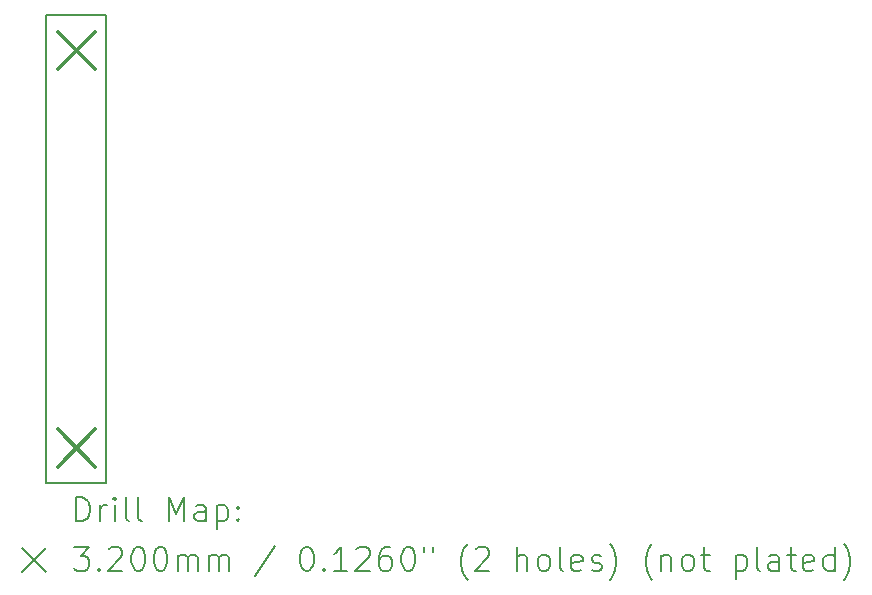
<source format=gbr>
%TF.GenerationSoftware,KiCad,Pcbnew,8.0.6*%
%TF.CreationDate,2024-11-05T14:25:48+11:00*%
%TF.ProjectId,Blank_1U1HP,426c616e-6b5f-4315-9531-48502e6b6963,rev?*%
%TF.SameCoordinates,Original*%
%TF.FileFunction,Drillmap*%
%TF.FilePolarity,Positive*%
%FSLAX45Y45*%
G04 Gerber Fmt 4.5, Leading zero omitted, Abs format (unit mm)*
G04 Created by KiCad (PCBNEW 8.0.6) date 2024-11-05 14:25:48*
%MOMM*%
%LPD*%
G01*
G04 APERTURE LIST*
%ADD10C,0.150000*%
%ADD11C,0.200000*%
%ADD12C,0.320000*%
G04 APERTURE END LIST*
D10*
X0Y-242500D02*
X500000Y-242500D01*
X500000Y-4207500D01*
X0Y-4207500D01*
X0Y-242500D01*
D11*
D12*
X94000Y-382500D02*
X414000Y-702500D01*
X414000Y-382500D02*
X94000Y-702500D01*
X94000Y-3747500D02*
X414000Y-4067500D01*
X414000Y-3747500D02*
X94000Y-4067500D01*
D11*
X253277Y-4526484D02*
X253277Y-4326484D01*
X253277Y-4326484D02*
X300896Y-4326484D01*
X300896Y-4326484D02*
X329467Y-4336008D01*
X329467Y-4336008D02*
X348515Y-4355055D01*
X348515Y-4355055D02*
X358039Y-4374103D01*
X358039Y-4374103D02*
X367562Y-4412198D01*
X367562Y-4412198D02*
X367562Y-4440770D01*
X367562Y-4440770D02*
X358039Y-4478865D01*
X358039Y-4478865D02*
X348515Y-4497912D01*
X348515Y-4497912D02*
X329467Y-4516960D01*
X329467Y-4516960D02*
X300896Y-4526484D01*
X300896Y-4526484D02*
X253277Y-4526484D01*
X453277Y-4526484D02*
X453277Y-4393150D01*
X453277Y-4431246D02*
X462801Y-4412198D01*
X462801Y-4412198D02*
X472324Y-4402674D01*
X472324Y-4402674D02*
X491372Y-4393150D01*
X491372Y-4393150D02*
X510420Y-4393150D01*
X577086Y-4526484D02*
X577086Y-4393150D01*
X577086Y-4326484D02*
X567563Y-4336008D01*
X567563Y-4336008D02*
X577086Y-4345531D01*
X577086Y-4345531D02*
X586610Y-4336008D01*
X586610Y-4336008D02*
X577086Y-4326484D01*
X577086Y-4326484D02*
X577086Y-4345531D01*
X700896Y-4526484D02*
X681848Y-4516960D01*
X681848Y-4516960D02*
X672324Y-4497912D01*
X672324Y-4497912D02*
X672324Y-4326484D01*
X805658Y-4526484D02*
X786610Y-4516960D01*
X786610Y-4516960D02*
X777086Y-4497912D01*
X777086Y-4497912D02*
X777086Y-4326484D01*
X1034229Y-4526484D02*
X1034229Y-4326484D01*
X1034229Y-4326484D02*
X1100896Y-4469341D01*
X1100896Y-4469341D02*
X1167563Y-4326484D01*
X1167563Y-4326484D02*
X1167563Y-4526484D01*
X1348515Y-4526484D02*
X1348515Y-4421722D01*
X1348515Y-4421722D02*
X1338991Y-4402674D01*
X1338991Y-4402674D02*
X1319944Y-4393150D01*
X1319944Y-4393150D02*
X1281848Y-4393150D01*
X1281848Y-4393150D02*
X1262801Y-4402674D01*
X1348515Y-4516960D02*
X1329467Y-4526484D01*
X1329467Y-4526484D02*
X1281848Y-4526484D01*
X1281848Y-4526484D02*
X1262801Y-4516960D01*
X1262801Y-4516960D02*
X1253277Y-4497912D01*
X1253277Y-4497912D02*
X1253277Y-4478865D01*
X1253277Y-4478865D02*
X1262801Y-4459817D01*
X1262801Y-4459817D02*
X1281848Y-4450293D01*
X1281848Y-4450293D02*
X1329467Y-4450293D01*
X1329467Y-4450293D02*
X1348515Y-4440770D01*
X1443753Y-4393150D02*
X1443753Y-4593150D01*
X1443753Y-4402674D02*
X1462801Y-4393150D01*
X1462801Y-4393150D02*
X1500896Y-4393150D01*
X1500896Y-4393150D02*
X1519943Y-4402674D01*
X1519943Y-4402674D02*
X1529467Y-4412198D01*
X1529467Y-4412198D02*
X1538991Y-4431246D01*
X1538991Y-4431246D02*
X1538991Y-4488389D01*
X1538991Y-4488389D02*
X1529467Y-4507436D01*
X1529467Y-4507436D02*
X1519943Y-4516960D01*
X1519943Y-4516960D02*
X1500896Y-4526484D01*
X1500896Y-4526484D02*
X1462801Y-4526484D01*
X1462801Y-4526484D02*
X1443753Y-4516960D01*
X1624705Y-4507436D02*
X1634229Y-4516960D01*
X1634229Y-4516960D02*
X1624705Y-4526484D01*
X1624705Y-4526484D02*
X1615182Y-4516960D01*
X1615182Y-4516960D02*
X1624705Y-4507436D01*
X1624705Y-4507436D02*
X1624705Y-4526484D01*
X1624705Y-4402674D02*
X1634229Y-4412198D01*
X1634229Y-4412198D02*
X1624705Y-4421722D01*
X1624705Y-4421722D02*
X1615182Y-4412198D01*
X1615182Y-4412198D02*
X1624705Y-4402674D01*
X1624705Y-4402674D02*
X1624705Y-4421722D01*
X-207500Y-4755000D02*
X-7500Y-4955000D01*
X-7500Y-4755000D02*
X-207500Y-4955000D01*
X234229Y-4746484D02*
X358039Y-4746484D01*
X358039Y-4746484D02*
X291372Y-4822674D01*
X291372Y-4822674D02*
X319944Y-4822674D01*
X319944Y-4822674D02*
X338991Y-4832198D01*
X338991Y-4832198D02*
X348515Y-4841722D01*
X348515Y-4841722D02*
X358039Y-4860770D01*
X358039Y-4860770D02*
X358039Y-4908389D01*
X358039Y-4908389D02*
X348515Y-4927436D01*
X348515Y-4927436D02*
X338991Y-4936960D01*
X338991Y-4936960D02*
X319944Y-4946484D01*
X319944Y-4946484D02*
X262801Y-4946484D01*
X262801Y-4946484D02*
X243753Y-4936960D01*
X243753Y-4936960D02*
X234229Y-4927436D01*
X443753Y-4927436D02*
X453277Y-4936960D01*
X453277Y-4936960D02*
X443753Y-4946484D01*
X443753Y-4946484D02*
X434229Y-4936960D01*
X434229Y-4936960D02*
X443753Y-4927436D01*
X443753Y-4927436D02*
X443753Y-4946484D01*
X529467Y-4765531D02*
X538991Y-4756008D01*
X538991Y-4756008D02*
X558039Y-4746484D01*
X558039Y-4746484D02*
X605658Y-4746484D01*
X605658Y-4746484D02*
X624705Y-4756008D01*
X624705Y-4756008D02*
X634229Y-4765531D01*
X634229Y-4765531D02*
X643753Y-4784579D01*
X643753Y-4784579D02*
X643753Y-4803627D01*
X643753Y-4803627D02*
X634229Y-4832198D01*
X634229Y-4832198D02*
X519943Y-4946484D01*
X519943Y-4946484D02*
X643753Y-4946484D01*
X767562Y-4746484D02*
X786610Y-4746484D01*
X786610Y-4746484D02*
X805658Y-4756008D01*
X805658Y-4756008D02*
X815182Y-4765531D01*
X815182Y-4765531D02*
X824705Y-4784579D01*
X824705Y-4784579D02*
X834229Y-4822674D01*
X834229Y-4822674D02*
X834229Y-4870293D01*
X834229Y-4870293D02*
X824705Y-4908389D01*
X824705Y-4908389D02*
X815182Y-4927436D01*
X815182Y-4927436D02*
X805658Y-4936960D01*
X805658Y-4936960D02*
X786610Y-4946484D01*
X786610Y-4946484D02*
X767562Y-4946484D01*
X767562Y-4946484D02*
X748515Y-4936960D01*
X748515Y-4936960D02*
X738991Y-4927436D01*
X738991Y-4927436D02*
X729467Y-4908389D01*
X729467Y-4908389D02*
X719943Y-4870293D01*
X719943Y-4870293D02*
X719943Y-4822674D01*
X719943Y-4822674D02*
X729467Y-4784579D01*
X729467Y-4784579D02*
X738991Y-4765531D01*
X738991Y-4765531D02*
X748515Y-4756008D01*
X748515Y-4756008D02*
X767562Y-4746484D01*
X958039Y-4746484D02*
X977086Y-4746484D01*
X977086Y-4746484D02*
X996134Y-4756008D01*
X996134Y-4756008D02*
X1005658Y-4765531D01*
X1005658Y-4765531D02*
X1015182Y-4784579D01*
X1015182Y-4784579D02*
X1024705Y-4822674D01*
X1024705Y-4822674D02*
X1024705Y-4870293D01*
X1024705Y-4870293D02*
X1015182Y-4908389D01*
X1015182Y-4908389D02*
X1005658Y-4927436D01*
X1005658Y-4927436D02*
X996134Y-4936960D01*
X996134Y-4936960D02*
X977086Y-4946484D01*
X977086Y-4946484D02*
X958039Y-4946484D01*
X958039Y-4946484D02*
X938991Y-4936960D01*
X938991Y-4936960D02*
X929467Y-4927436D01*
X929467Y-4927436D02*
X919943Y-4908389D01*
X919943Y-4908389D02*
X910420Y-4870293D01*
X910420Y-4870293D02*
X910420Y-4822674D01*
X910420Y-4822674D02*
X919943Y-4784579D01*
X919943Y-4784579D02*
X929467Y-4765531D01*
X929467Y-4765531D02*
X938991Y-4756008D01*
X938991Y-4756008D02*
X958039Y-4746484D01*
X1110420Y-4946484D02*
X1110420Y-4813150D01*
X1110420Y-4832198D02*
X1119944Y-4822674D01*
X1119944Y-4822674D02*
X1138991Y-4813150D01*
X1138991Y-4813150D02*
X1167563Y-4813150D01*
X1167563Y-4813150D02*
X1186610Y-4822674D01*
X1186610Y-4822674D02*
X1196134Y-4841722D01*
X1196134Y-4841722D02*
X1196134Y-4946484D01*
X1196134Y-4841722D02*
X1205658Y-4822674D01*
X1205658Y-4822674D02*
X1224705Y-4813150D01*
X1224705Y-4813150D02*
X1253277Y-4813150D01*
X1253277Y-4813150D02*
X1272325Y-4822674D01*
X1272325Y-4822674D02*
X1281848Y-4841722D01*
X1281848Y-4841722D02*
X1281848Y-4946484D01*
X1377086Y-4946484D02*
X1377086Y-4813150D01*
X1377086Y-4832198D02*
X1386610Y-4822674D01*
X1386610Y-4822674D02*
X1405658Y-4813150D01*
X1405658Y-4813150D02*
X1434229Y-4813150D01*
X1434229Y-4813150D02*
X1453277Y-4822674D01*
X1453277Y-4822674D02*
X1462801Y-4841722D01*
X1462801Y-4841722D02*
X1462801Y-4946484D01*
X1462801Y-4841722D02*
X1472324Y-4822674D01*
X1472324Y-4822674D02*
X1491372Y-4813150D01*
X1491372Y-4813150D02*
X1519943Y-4813150D01*
X1519943Y-4813150D02*
X1538991Y-4822674D01*
X1538991Y-4822674D02*
X1548515Y-4841722D01*
X1548515Y-4841722D02*
X1548515Y-4946484D01*
X1938991Y-4736960D02*
X1767563Y-4994103D01*
X2196134Y-4746484D02*
X2215182Y-4746484D01*
X2215182Y-4746484D02*
X2234229Y-4756008D01*
X2234229Y-4756008D02*
X2243753Y-4765531D01*
X2243753Y-4765531D02*
X2253277Y-4784579D01*
X2253277Y-4784579D02*
X2262801Y-4822674D01*
X2262801Y-4822674D02*
X2262801Y-4870293D01*
X2262801Y-4870293D02*
X2253277Y-4908389D01*
X2253277Y-4908389D02*
X2243753Y-4927436D01*
X2243753Y-4927436D02*
X2234229Y-4936960D01*
X2234229Y-4936960D02*
X2215182Y-4946484D01*
X2215182Y-4946484D02*
X2196134Y-4946484D01*
X2196134Y-4946484D02*
X2177087Y-4936960D01*
X2177087Y-4936960D02*
X2167563Y-4927436D01*
X2167563Y-4927436D02*
X2158039Y-4908389D01*
X2158039Y-4908389D02*
X2148515Y-4870293D01*
X2148515Y-4870293D02*
X2148515Y-4822674D01*
X2148515Y-4822674D02*
X2158039Y-4784579D01*
X2158039Y-4784579D02*
X2167563Y-4765531D01*
X2167563Y-4765531D02*
X2177087Y-4756008D01*
X2177087Y-4756008D02*
X2196134Y-4746484D01*
X2348515Y-4927436D02*
X2358039Y-4936960D01*
X2358039Y-4936960D02*
X2348515Y-4946484D01*
X2348515Y-4946484D02*
X2338991Y-4936960D01*
X2338991Y-4936960D02*
X2348515Y-4927436D01*
X2348515Y-4927436D02*
X2348515Y-4946484D01*
X2548515Y-4946484D02*
X2434229Y-4946484D01*
X2491372Y-4946484D02*
X2491372Y-4746484D01*
X2491372Y-4746484D02*
X2472325Y-4775055D01*
X2472325Y-4775055D02*
X2453277Y-4794103D01*
X2453277Y-4794103D02*
X2434229Y-4803627D01*
X2624706Y-4765531D02*
X2634229Y-4756008D01*
X2634229Y-4756008D02*
X2653277Y-4746484D01*
X2653277Y-4746484D02*
X2700896Y-4746484D01*
X2700896Y-4746484D02*
X2719944Y-4756008D01*
X2719944Y-4756008D02*
X2729468Y-4765531D01*
X2729468Y-4765531D02*
X2738991Y-4784579D01*
X2738991Y-4784579D02*
X2738991Y-4803627D01*
X2738991Y-4803627D02*
X2729468Y-4832198D01*
X2729468Y-4832198D02*
X2615182Y-4946484D01*
X2615182Y-4946484D02*
X2738991Y-4946484D01*
X2910420Y-4746484D02*
X2872325Y-4746484D01*
X2872325Y-4746484D02*
X2853277Y-4756008D01*
X2853277Y-4756008D02*
X2843753Y-4765531D01*
X2843753Y-4765531D02*
X2824706Y-4794103D01*
X2824706Y-4794103D02*
X2815182Y-4832198D01*
X2815182Y-4832198D02*
X2815182Y-4908389D01*
X2815182Y-4908389D02*
X2824706Y-4927436D01*
X2824706Y-4927436D02*
X2834229Y-4936960D01*
X2834229Y-4936960D02*
X2853277Y-4946484D01*
X2853277Y-4946484D02*
X2891372Y-4946484D01*
X2891372Y-4946484D02*
X2910420Y-4936960D01*
X2910420Y-4936960D02*
X2919944Y-4927436D01*
X2919944Y-4927436D02*
X2929467Y-4908389D01*
X2929467Y-4908389D02*
X2929467Y-4860770D01*
X2929467Y-4860770D02*
X2919944Y-4841722D01*
X2919944Y-4841722D02*
X2910420Y-4832198D01*
X2910420Y-4832198D02*
X2891372Y-4822674D01*
X2891372Y-4822674D02*
X2853277Y-4822674D01*
X2853277Y-4822674D02*
X2834229Y-4832198D01*
X2834229Y-4832198D02*
X2824706Y-4841722D01*
X2824706Y-4841722D02*
X2815182Y-4860770D01*
X3053277Y-4746484D02*
X3072325Y-4746484D01*
X3072325Y-4746484D02*
X3091372Y-4756008D01*
X3091372Y-4756008D02*
X3100896Y-4765531D01*
X3100896Y-4765531D02*
X3110420Y-4784579D01*
X3110420Y-4784579D02*
X3119944Y-4822674D01*
X3119944Y-4822674D02*
X3119944Y-4870293D01*
X3119944Y-4870293D02*
X3110420Y-4908389D01*
X3110420Y-4908389D02*
X3100896Y-4927436D01*
X3100896Y-4927436D02*
X3091372Y-4936960D01*
X3091372Y-4936960D02*
X3072325Y-4946484D01*
X3072325Y-4946484D02*
X3053277Y-4946484D01*
X3053277Y-4946484D02*
X3034229Y-4936960D01*
X3034229Y-4936960D02*
X3024706Y-4927436D01*
X3024706Y-4927436D02*
X3015182Y-4908389D01*
X3015182Y-4908389D02*
X3005658Y-4870293D01*
X3005658Y-4870293D02*
X3005658Y-4822674D01*
X3005658Y-4822674D02*
X3015182Y-4784579D01*
X3015182Y-4784579D02*
X3024706Y-4765531D01*
X3024706Y-4765531D02*
X3034229Y-4756008D01*
X3034229Y-4756008D02*
X3053277Y-4746484D01*
X3196134Y-4746484D02*
X3196134Y-4784579D01*
X3272325Y-4746484D02*
X3272325Y-4784579D01*
X3567563Y-5022674D02*
X3558039Y-5013150D01*
X3558039Y-5013150D02*
X3538991Y-4984579D01*
X3538991Y-4984579D02*
X3529468Y-4965531D01*
X3529468Y-4965531D02*
X3519944Y-4936960D01*
X3519944Y-4936960D02*
X3510420Y-4889341D01*
X3510420Y-4889341D02*
X3510420Y-4851246D01*
X3510420Y-4851246D02*
X3519944Y-4803627D01*
X3519944Y-4803627D02*
X3529468Y-4775055D01*
X3529468Y-4775055D02*
X3538991Y-4756008D01*
X3538991Y-4756008D02*
X3558039Y-4727436D01*
X3558039Y-4727436D02*
X3567563Y-4717912D01*
X3634229Y-4765531D02*
X3643753Y-4756008D01*
X3643753Y-4756008D02*
X3662801Y-4746484D01*
X3662801Y-4746484D02*
X3710420Y-4746484D01*
X3710420Y-4746484D02*
X3729468Y-4756008D01*
X3729468Y-4756008D02*
X3738991Y-4765531D01*
X3738991Y-4765531D02*
X3748515Y-4784579D01*
X3748515Y-4784579D02*
X3748515Y-4803627D01*
X3748515Y-4803627D02*
X3738991Y-4832198D01*
X3738991Y-4832198D02*
X3624706Y-4946484D01*
X3624706Y-4946484D02*
X3748515Y-4946484D01*
X3986610Y-4946484D02*
X3986610Y-4746484D01*
X4072325Y-4946484D02*
X4072325Y-4841722D01*
X4072325Y-4841722D02*
X4062801Y-4822674D01*
X4062801Y-4822674D02*
X4043753Y-4813150D01*
X4043753Y-4813150D02*
X4015182Y-4813150D01*
X4015182Y-4813150D02*
X3996134Y-4822674D01*
X3996134Y-4822674D02*
X3986610Y-4832198D01*
X4196134Y-4946484D02*
X4177087Y-4936960D01*
X4177087Y-4936960D02*
X4167563Y-4927436D01*
X4167563Y-4927436D02*
X4158039Y-4908389D01*
X4158039Y-4908389D02*
X4158039Y-4851246D01*
X4158039Y-4851246D02*
X4167563Y-4832198D01*
X4167563Y-4832198D02*
X4177087Y-4822674D01*
X4177087Y-4822674D02*
X4196134Y-4813150D01*
X4196134Y-4813150D02*
X4224706Y-4813150D01*
X4224706Y-4813150D02*
X4243753Y-4822674D01*
X4243753Y-4822674D02*
X4253277Y-4832198D01*
X4253277Y-4832198D02*
X4262801Y-4851246D01*
X4262801Y-4851246D02*
X4262801Y-4908389D01*
X4262801Y-4908389D02*
X4253277Y-4927436D01*
X4253277Y-4927436D02*
X4243753Y-4936960D01*
X4243753Y-4936960D02*
X4224706Y-4946484D01*
X4224706Y-4946484D02*
X4196134Y-4946484D01*
X4377087Y-4946484D02*
X4358039Y-4936960D01*
X4358039Y-4936960D02*
X4348515Y-4917912D01*
X4348515Y-4917912D02*
X4348515Y-4746484D01*
X4529468Y-4936960D02*
X4510420Y-4946484D01*
X4510420Y-4946484D02*
X4472325Y-4946484D01*
X4472325Y-4946484D02*
X4453277Y-4936960D01*
X4453277Y-4936960D02*
X4443753Y-4917912D01*
X4443753Y-4917912D02*
X4443753Y-4841722D01*
X4443753Y-4841722D02*
X4453277Y-4822674D01*
X4453277Y-4822674D02*
X4472325Y-4813150D01*
X4472325Y-4813150D02*
X4510420Y-4813150D01*
X4510420Y-4813150D02*
X4529468Y-4822674D01*
X4529468Y-4822674D02*
X4538992Y-4841722D01*
X4538992Y-4841722D02*
X4538992Y-4860770D01*
X4538992Y-4860770D02*
X4443753Y-4879817D01*
X4615182Y-4936960D02*
X4634230Y-4946484D01*
X4634230Y-4946484D02*
X4672325Y-4946484D01*
X4672325Y-4946484D02*
X4691373Y-4936960D01*
X4691373Y-4936960D02*
X4700896Y-4917912D01*
X4700896Y-4917912D02*
X4700896Y-4908389D01*
X4700896Y-4908389D02*
X4691373Y-4889341D01*
X4691373Y-4889341D02*
X4672325Y-4879817D01*
X4672325Y-4879817D02*
X4643753Y-4879817D01*
X4643753Y-4879817D02*
X4624706Y-4870293D01*
X4624706Y-4870293D02*
X4615182Y-4851246D01*
X4615182Y-4851246D02*
X4615182Y-4841722D01*
X4615182Y-4841722D02*
X4624706Y-4822674D01*
X4624706Y-4822674D02*
X4643753Y-4813150D01*
X4643753Y-4813150D02*
X4672325Y-4813150D01*
X4672325Y-4813150D02*
X4691373Y-4822674D01*
X4767563Y-5022674D02*
X4777087Y-5013150D01*
X4777087Y-5013150D02*
X4796134Y-4984579D01*
X4796134Y-4984579D02*
X4805658Y-4965531D01*
X4805658Y-4965531D02*
X4815182Y-4936960D01*
X4815182Y-4936960D02*
X4824706Y-4889341D01*
X4824706Y-4889341D02*
X4824706Y-4851246D01*
X4824706Y-4851246D02*
X4815182Y-4803627D01*
X4815182Y-4803627D02*
X4805658Y-4775055D01*
X4805658Y-4775055D02*
X4796134Y-4756008D01*
X4796134Y-4756008D02*
X4777087Y-4727436D01*
X4777087Y-4727436D02*
X4767563Y-4717912D01*
X5129468Y-5022674D02*
X5119944Y-5013150D01*
X5119944Y-5013150D02*
X5100896Y-4984579D01*
X5100896Y-4984579D02*
X5091373Y-4965531D01*
X5091373Y-4965531D02*
X5081849Y-4936960D01*
X5081849Y-4936960D02*
X5072325Y-4889341D01*
X5072325Y-4889341D02*
X5072325Y-4851246D01*
X5072325Y-4851246D02*
X5081849Y-4803627D01*
X5081849Y-4803627D02*
X5091373Y-4775055D01*
X5091373Y-4775055D02*
X5100896Y-4756008D01*
X5100896Y-4756008D02*
X5119944Y-4727436D01*
X5119944Y-4727436D02*
X5129468Y-4717912D01*
X5205658Y-4813150D02*
X5205658Y-4946484D01*
X5205658Y-4832198D02*
X5215182Y-4822674D01*
X5215182Y-4822674D02*
X5234230Y-4813150D01*
X5234230Y-4813150D02*
X5262801Y-4813150D01*
X5262801Y-4813150D02*
X5281849Y-4822674D01*
X5281849Y-4822674D02*
X5291373Y-4841722D01*
X5291373Y-4841722D02*
X5291373Y-4946484D01*
X5415182Y-4946484D02*
X5396134Y-4936960D01*
X5396134Y-4936960D02*
X5386611Y-4927436D01*
X5386611Y-4927436D02*
X5377087Y-4908389D01*
X5377087Y-4908389D02*
X5377087Y-4851246D01*
X5377087Y-4851246D02*
X5386611Y-4832198D01*
X5386611Y-4832198D02*
X5396134Y-4822674D01*
X5396134Y-4822674D02*
X5415182Y-4813150D01*
X5415182Y-4813150D02*
X5443754Y-4813150D01*
X5443754Y-4813150D02*
X5462801Y-4822674D01*
X5462801Y-4822674D02*
X5472325Y-4832198D01*
X5472325Y-4832198D02*
X5481849Y-4851246D01*
X5481849Y-4851246D02*
X5481849Y-4908389D01*
X5481849Y-4908389D02*
X5472325Y-4927436D01*
X5472325Y-4927436D02*
X5462801Y-4936960D01*
X5462801Y-4936960D02*
X5443754Y-4946484D01*
X5443754Y-4946484D02*
X5415182Y-4946484D01*
X5538992Y-4813150D02*
X5615182Y-4813150D01*
X5567563Y-4746484D02*
X5567563Y-4917912D01*
X5567563Y-4917912D02*
X5577087Y-4936960D01*
X5577087Y-4936960D02*
X5596134Y-4946484D01*
X5596134Y-4946484D02*
X5615182Y-4946484D01*
X5834230Y-4813150D02*
X5834230Y-5013150D01*
X5834230Y-4822674D02*
X5853277Y-4813150D01*
X5853277Y-4813150D02*
X5891373Y-4813150D01*
X5891373Y-4813150D02*
X5910420Y-4822674D01*
X5910420Y-4822674D02*
X5919944Y-4832198D01*
X5919944Y-4832198D02*
X5929468Y-4851246D01*
X5929468Y-4851246D02*
X5929468Y-4908389D01*
X5929468Y-4908389D02*
X5919944Y-4927436D01*
X5919944Y-4927436D02*
X5910420Y-4936960D01*
X5910420Y-4936960D02*
X5891373Y-4946484D01*
X5891373Y-4946484D02*
X5853277Y-4946484D01*
X5853277Y-4946484D02*
X5834230Y-4936960D01*
X6043753Y-4946484D02*
X6024706Y-4936960D01*
X6024706Y-4936960D02*
X6015182Y-4917912D01*
X6015182Y-4917912D02*
X6015182Y-4746484D01*
X6205658Y-4946484D02*
X6205658Y-4841722D01*
X6205658Y-4841722D02*
X6196134Y-4822674D01*
X6196134Y-4822674D02*
X6177087Y-4813150D01*
X6177087Y-4813150D02*
X6138992Y-4813150D01*
X6138992Y-4813150D02*
X6119944Y-4822674D01*
X6205658Y-4936960D02*
X6186611Y-4946484D01*
X6186611Y-4946484D02*
X6138992Y-4946484D01*
X6138992Y-4946484D02*
X6119944Y-4936960D01*
X6119944Y-4936960D02*
X6110420Y-4917912D01*
X6110420Y-4917912D02*
X6110420Y-4898865D01*
X6110420Y-4898865D02*
X6119944Y-4879817D01*
X6119944Y-4879817D02*
X6138992Y-4870293D01*
X6138992Y-4870293D02*
X6186611Y-4870293D01*
X6186611Y-4870293D02*
X6205658Y-4860770D01*
X6272325Y-4813150D02*
X6348515Y-4813150D01*
X6300896Y-4746484D02*
X6300896Y-4917912D01*
X6300896Y-4917912D02*
X6310420Y-4936960D01*
X6310420Y-4936960D02*
X6329468Y-4946484D01*
X6329468Y-4946484D02*
X6348515Y-4946484D01*
X6491373Y-4936960D02*
X6472325Y-4946484D01*
X6472325Y-4946484D02*
X6434230Y-4946484D01*
X6434230Y-4946484D02*
X6415182Y-4936960D01*
X6415182Y-4936960D02*
X6405658Y-4917912D01*
X6405658Y-4917912D02*
X6405658Y-4841722D01*
X6405658Y-4841722D02*
X6415182Y-4822674D01*
X6415182Y-4822674D02*
X6434230Y-4813150D01*
X6434230Y-4813150D02*
X6472325Y-4813150D01*
X6472325Y-4813150D02*
X6491373Y-4822674D01*
X6491373Y-4822674D02*
X6500896Y-4841722D01*
X6500896Y-4841722D02*
X6500896Y-4860770D01*
X6500896Y-4860770D02*
X6405658Y-4879817D01*
X6672325Y-4946484D02*
X6672325Y-4746484D01*
X6672325Y-4936960D02*
X6653277Y-4946484D01*
X6653277Y-4946484D02*
X6615182Y-4946484D01*
X6615182Y-4946484D02*
X6596134Y-4936960D01*
X6596134Y-4936960D02*
X6586611Y-4927436D01*
X6586611Y-4927436D02*
X6577087Y-4908389D01*
X6577087Y-4908389D02*
X6577087Y-4851246D01*
X6577087Y-4851246D02*
X6586611Y-4832198D01*
X6586611Y-4832198D02*
X6596134Y-4822674D01*
X6596134Y-4822674D02*
X6615182Y-4813150D01*
X6615182Y-4813150D02*
X6653277Y-4813150D01*
X6653277Y-4813150D02*
X6672325Y-4822674D01*
X6748515Y-5022674D02*
X6758039Y-5013150D01*
X6758039Y-5013150D02*
X6777087Y-4984579D01*
X6777087Y-4984579D02*
X6786611Y-4965531D01*
X6786611Y-4965531D02*
X6796134Y-4936960D01*
X6796134Y-4936960D02*
X6805658Y-4889341D01*
X6805658Y-4889341D02*
X6805658Y-4851246D01*
X6805658Y-4851246D02*
X6796134Y-4803627D01*
X6796134Y-4803627D02*
X6786611Y-4775055D01*
X6786611Y-4775055D02*
X6777087Y-4756008D01*
X6777087Y-4756008D02*
X6758039Y-4727436D01*
X6758039Y-4727436D02*
X6748515Y-4717912D01*
M02*

</source>
